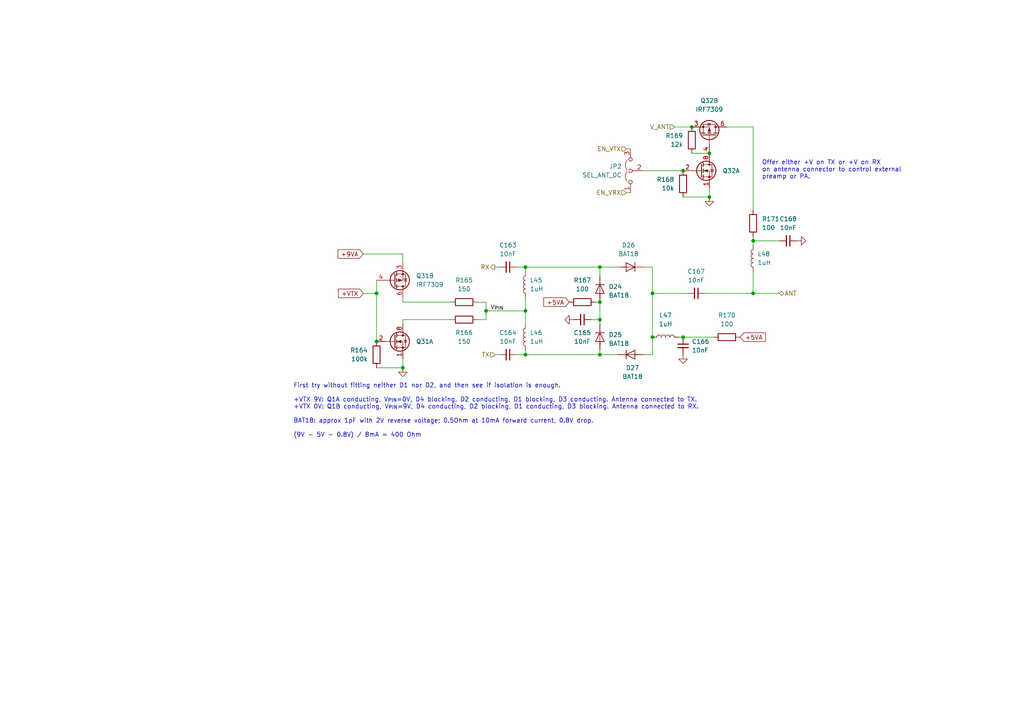
<source format=kicad_sch>
(kicad_sch (version 20230121) (generator eeschema)
  (paper "A4")
  (title_block (title "DART-70 TRX") (date "2023-04-07") (rev "1") (company "HB9EGM") (comment 1 "A 4m Band SSB/CW Transceiver"))
  (lib_symbols
    (symbol "BAT18_1" (pin_numbers hide) (pin_names (offset 0) hide)
      (property "Reference" "D" (at 0 2.54 0))
      (property "Value" "BAT18_1" (at 0 -2.54 0))
      (symbol "BAT18_1_0_1"
        (polyline (pts (xy -1.27 0) (xy 2.54 0)))
        (polyline (pts (xy -1.27 1.27) (xy -1.27 -1.27)) (stroke (width 0.2032)))
        (polyline (pts (xy 1.27 1.27) (xy 1.27 -1.27) (xy -1.27 0) (xy 1.27 1.27)) (stroke (width 0.2032)))
      )
      (symbol "BAT18_1_1_1"
        (pin passive line (at 3.81 0 180) (length 2.54) (name "A") (number "1"))
        (pin no_connect line (at -3.81 1.27 0) (length 2.54) hide (name "NC") (number "2"))
        (pin passive line (at -3.81 0 0) (length 2.54) (name "K") (number "3"))
      )
    )
    (symbol "BAT18_2" (pin_numbers hide) (pin_names (offset 0) hide)
      (property "Reference" "D" (at 0 2.54 0))
      (property "Value" "BAT18_2" (at 0 -2.54 0))
      (symbol "BAT18_2_0_1"
        (polyline (pts (xy -1.27 0) (xy 2.54 0)))
        (polyline (pts (xy -1.27 1.27) (xy -1.27 -1.27)) (stroke (width 0.2032)))
        (polyline (pts (xy 1.27 1.27) (xy 1.27 -1.27) (xy -1.27 0) (xy 1.27 1.27)) (stroke (width 0.2032)))
      )
      (symbol "BAT18_2_1_1"
        (pin passive line (at 3.81 0 180) (length 2.54) (name "A") (number "1"))
        (pin no_connect line (at -3.81 1.27 0) (length 2.54) hide (name "NC") (number "2"))
        (pin passive line (at -3.81 0 0) (length 2.54) (name "K") (number "3"))
      )
    )
    (symbol "BAT18_3" (pin_numbers hide) (pin_names (offset 0) hide)
      (property "Reference" "D" (at 0 2.54 0))
      (property "Value" "BAT18_3" (at 0 -2.54 0))
      (symbol "BAT18_3_0_1"
        (polyline (pts (xy -1.27 0) (xy 2.54 0)))
        (polyline (pts (xy -1.27 1.27) (xy -1.27 -1.27)) (stroke (width 0.2032)))
        (polyline (pts (xy 1.27 1.27) (xy 1.27 -1.27) (xy -1.27 0) (xy 1.27 1.27)) (stroke (width 0.2032)))
      )
      (symbol "BAT18_3_1_1"
        (pin passive line (at 3.81 0 180) (length 2.54) (name "A") (number "1"))
        (pin no_connect line (at -3.81 1.27 0) (length 2.54) hide (name "NC") (number "2"))
        (pin passive line (at -3.81 0 0) (length 2.54) (name "K") (number "3"))
      )
    )
    (symbol "Device:C_Small" (pin_numbers hide) (pin_names (offset 0.254) hide)
      (property "Reference" "C" (at 0.254 1.778 0))
      (property "Value" "C_Small" (at 0.254 -2.032 0))
      (symbol "C_Small_0_1"
        (polyline (pts (xy -1.524 -0.508) (xy 1.524 -0.508)) (stroke (width 0.3302)))
        (polyline (pts (xy -1.524 0.508) (xy 1.524 0.508)) (stroke (width 0.3048)))
      )
      (symbol "C_Small_1_1"
        (pin passive line (at 0 2.54 270) (length 2.032) (name "~") (number "1"))
        (pin passive line (at 0 -2.54 90) (length 2.032) (name "~") (number "2"))
      )
    )
    (symbol "Device:L" (pin_numbers hide) (pin_names (offset 1.016) hide)
      (property "Reference" "L" (at -1.27 0 90))
      (property "Value" "L" (at 1.905 0 90))
      (symbol "L_0_1"
        (arc (start 0 -2.54) (mid 0.6323 -1.905) (end 0 -1.27))
        (arc (start 0 -1.27) (mid 0.6323 -0.635) (end 0 0))
        (arc (start 0 0) (mid 0.6323 0.635) (end 0 1.27))
        (arc (start 0 1.27) (mid 0.6323 1.905) (end 0 2.54))
      )
      (symbol "L_1_1"
        (pin passive line (at 0 3.81 270) (length 1.27) (name "1") (number "1"))
        (pin passive line (at 0 -3.81 90) (length 1.27) (name "2") (number "2"))
      )
    )
    (symbol "Device:R" (pin_numbers hide) (pin_names (offset 0))
      (property "Reference" "R" (at 2.032 0 90))
      (property "Value" "R" (at 0 0 90))
      (symbol "R_0_1"
        (rectangle (start -1.016 -2.54) (end 1.016 2.54) (stroke (width 0.254)))
      )
      (symbol "R_1_1"
        (pin passive line (at 0 3.81 270) (length 1.27) (name "~") (number "1"))
        (pin passive line (at 0 -3.81 90) (length 1.27) (name "~") (number "2"))
      )
    )
    (symbol "Jumper:Jumper_3_Open" (pin_names (offset 0) hide)
      (property "Reference" "JP" (at -2.54 -2.54 0))
      (property "Value" "Jumper_3_Open" (at 0 2.794 0))
      (symbol "Jumper_3_Open_0_0"
        (circle (center -3.302 0) (radius 0.508))
        (circle (center 0 0) (radius 0.508))
        (circle (center 3.302 0) (radius 0.508))
      )
      (symbol "Jumper_3_Open_0_1"
        (arc (start -0.254 1.016) (mid -1.651 1.4992) (end -3.048 1.016))
        (polyline (pts (xy 0 -0.508) (xy 0 -1.27)))
        (arc (start 3.048 1.016) (mid 1.651 1.4992) (end 0.254 1.016))
      )
      (symbol "Jumper_3_Open_1_1"
        (pin passive line (at -6.35 0 0) (length 2.54) (name "A") (number "1"))
        (pin passive line (at 0 -3.81 90) (length 2.54) (name "C") (number "2"))
        (pin passive line (at 6.35 0 180) (length 2.54) (name "B") (number "3"))
      )
    )
    (symbol "Transistor_FET:IRF7309IPBF" (pin_names hide)
      (property "Reference" "Q" (at 5.08 1.905 0))
      (property "Value" "IRF7309IPBF" (at 5.08 0 0))
      (symbol "IRF7309IPBF_0_1"
        (polyline (pts (xy 0.254 0) (xy -2.54 0)))
        (polyline (pts (xy 0.254 1.905) (xy 0.254 -1.905)) (stroke (width 0.254)))
        (polyline (pts (xy 0.762 -1.27) (xy 0.762 -2.286)) (stroke (width 0.254)))
        (polyline (pts (xy 0.762 0.508) (xy 0.762 -0.508)) (stroke (width 0.254)))
        (polyline (pts (xy 0.762 2.286) (xy 0.762 1.27)) (stroke (width 0.254)))
        (polyline (pts (xy 2.54 2.54) (xy 2.54 1.778)))
        (polyline (pts (xy 2.54 -2.54) (xy 2.54 0) (xy 0.762 0)))
        (polyline (pts (xy 0.762 -1.778) (xy 3.302 -1.778) (xy 3.302 1.778) (xy 0.762 1.778)))
        (circle (center 1.651 0) (radius 2.794) (stroke (width 0.254)))
        (circle (center 2.54 -1.778) (radius 0.254) (fill (type outline)))
        (circle (center 2.54 1.778) (radius 0.254) (fill (type outline)))
      )
      (symbol "IRF7309IPBF_1_1"
        (polyline (pts (xy 1.016 0) (xy 2.032 0.381) (xy 2.032 -0.381) (xy 1.016 0)) (fill (type outline)))
        (polyline (pts (xy 2.794 0.508) (xy 2.921 0.381) (xy 3.683 0.381) (xy 3.81 0.254)))
        (polyline (pts (xy 3.302 0.381) (xy 2.921 -0.254) (xy 3.683 -0.254) (xy 3.302 0.381)))
        (pin passive line (at 2.54 -5.08 90) (length 2.54) (name "S") (number "1"))
        (pin input line (at -5.08 0 0) (length 2.54) (name "G") (number "2"))
        (pin passive line (at 2.54 5.08 270) (length 2.54) hide (name "D") (number "7"))
        (pin passive line (at 2.54 5.08 270) (length 2.54) (name "D") (number "8"))
      )
      (symbol "IRF7309IPBF_2_1"
        (polyline (pts (xy 2.286 0) (xy 1.27 0.381) (xy 1.27 -0.381) (xy 2.286 0)) (fill (type outline)))
        (polyline (pts (xy 2.794 -0.508) (xy 2.921 -0.381) (xy 3.683 -0.381) (xy 3.81 -0.254)))
        (polyline (pts (xy 3.302 -0.381) (xy 2.921 0.254) (xy 3.683 0.254) (xy 3.302 -0.381)))
        (pin passive line (at 2.54 -5.08 90) (length 2.54) (name "1") (number "3"))
        (pin input line (at -5.08 0 0) (length 2.54) (name "G") (number "4"))
        (pin passive line (at 2.54 5.08 270) (length 2.54) hide (name "D") (number "5"))
        (pin passive line (at 2.54 5.08 270) (length 2.54) (name "D") (number "6"))
      )
    )
    (symbol "mpb:BAT18" (pin_numbers hide) (pin_names (offset 0) hide)
      (property "Reference" "D" (at 0 2.54 0))
      (property "Value" "BAT18" (at 0 -2.54 0))
      (symbol "BAT18_0_1"
        (polyline (pts (xy -1.27 0) (xy 2.54 0)))
        (polyline (pts (xy -1.27 1.27) (xy -1.27 -1.27)) (stroke (width 0.2032)))
        (polyline (pts (xy 1.27 1.27) (xy 1.27 -1.27) (xy -1.27 0) (xy 1.27 1.27)) (stroke (width 0.2032)))
      )
      (symbol "BAT18_1_1"
        (pin passive line (at 3.81 0 180) (length 2.54) (name "A") (number "1"))
        (pin no_connect line (at -3.81 1.27 0) (length 2.54) hide (name "NC") (number "2"))
        (pin passive line (at -3.81 0 0) (length 2.54) (name "K") (number "3"))
      )
    )
    (symbol "power:GND" (power) (pin_names (offset 0))
      (property "Value" "GND" (at 0 -3.81 0))
      (symbol "GND_0_1"
        (polyline (pts (xy 0 0) (xy 0 -1.27) (xy 1.27 -1.27) (xy 0 -2.54) (xy -1.27 -1.27) (xy 0 -1.27)))
      )
      (symbol "GND_1_1"
        (pin power_in line (at 0 0 270) (length 0) hide (name "GND") (number "1"))
      )
    )
  )
  (junction (at 189.23 85.09))
  (junction (at 152.4 102.87))
  (junction (at 109.22 99.06))
  (junction (at 173.99 87.63))
  (junction (at 116.84 106.68))
  (junction (at 140.97 90.17))
  (junction (at 205.74 44.45))
  (junction (at 200.66 36.83))
  (junction (at 198.12 97.79))
  (junction (at 173.99 77.47))
  (junction (at 189.23 97.79))
  (junction (at 173.99 92.71))
  (junction (at 152.4 77.47))
  (junction (at 152.4 90.17))
  (junction (at 109.22 85.09))
  (junction (at 218.44 69.85))
  (junction (at 218.44 85.09))
  (junction (at 205.74 57.15))
  (junction (at 198.12 49.53))
  (junction (at 173.99 102.87))
  (wire (pts (xy 149.86 77.47) (xy 152.4 77.47)))
  (wire (pts (xy 189.23 97.79) (xy 189.23 102.87)))
  (wire (pts (xy 179.07 102.87) (xy 173.99 102.87)))
  (wire (pts (xy 205.74 54.61) (xy 205.74 57.15)))
  (wire (pts (xy 143.51 102.87) (xy 144.78 102.87)))
  (wire (pts (xy 149.86 102.87) (xy 152.4 102.87)))
  (wire (pts (xy 173.99 77.47) (xy 179.07 77.47)))
  (wire (pts (xy 189.23 85.09) (xy 199.39 85.09)))
  (wire (pts (xy 173.99 92.71) (xy 173.99 93.98)))
  (wire (pts (xy 181.61 43.18) (xy 182.88 43.18)))
  (wire (pts (xy 173.99 87.63) (xy 173.99 92.71)))
  (wire (pts (xy 152.4 102.87) (xy 152.4 101.6)))
  (wire (pts (xy 109.22 85.09) (xy 109.22 99.06)))
  (wire (pts (xy 109.22 81.28) (xy 109.22 85.09)))
  (wire (pts (xy 218.44 69.85) (xy 218.44 71.12)))
  (wire (pts (xy 152.4 78.74) (xy 152.4 77.47)))
  (wire (pts (xy 200.66 44.45) (xy 205.74 44.45)))
  (wire (pts (xy 109.22 106.68) (xy 116.84 106.68)))
  (wire (pts (xy 195.58 36.83) (xy 200.66 36.83)))
  (wire (pts (xy 173.99 102.87) (xy 152.4 102.87)))
  (wire (pts (xy 173.99 80.01) (xy 173.99 77.47)))
  (wire (pts (xy 218.44 60.96) (xy 218.44 36.83)))
  (wire (pts (xy 116.84 87.63) (xy 130.81 87.63)))
  (wire (pts (xy 116.84 106.68) (xy 116.84 104.14)))
  (wire (pts (xy 218.44 36.83) (xy 210.82 36.83)))
  (wire (pts (xy 116.84 86.36) (xy 116.84 87.63)))
  (wire (pts (xy 189.23 102.87) (xy 186.69 102.87)))
  (wire (pts (xy 189.23 85.09) (xy 189.23 97.79)))
  (wire (pts (xy 198.12 97.79) (xy 207.01 97.79)))
  (wire (pts (xy 204.47 85.09) (xy 218.44 85.09)))
  (wire (pts (xy 116.84 73.66) (xy 116.84 76.2)))
  (wire (pts (xy 218.44 85.09) (xy 226.06 85.09)))
  (wire (pts (xy 105.41 73.66) (xy 116.84 73.66)))
  (wire (pts (xy 218.44 68.58) (xy 218.44 69.85)))
  (wire (pts (xy 181.61 55.88) (xy 182.88 55.88)))
  (wire (pts (xy 140.97 92.71) (xy 138.43 92.71)))
  (wire (pts (xy 152.4 90.17) (xy 152.4 93.98)))
  (wire (pts (xy 140.97 87.63) (xy 138.43 87.63)))
  (wire (pts (xy 105.41 85.09) (xy 109.22 85.09)))
  (wire (pts (xy 196.85 97.79) (xy 198.12 97.79)))
  (wire (pts (xy 218.44 78.74) (xy 218.44 85.09)))
  (wire (pts (xy 152.4 86.36) (xy 152.4 90.17)))
  (wire (pts (xy 189.23 77.47) (xy 186.69 77.47)))
  (wire (pts (xy 218.44 69.85) (xy 226.06 69.85)))
  (wire (pts (xy 173.99 102.87) (xy 173.99 101.6)))
  (wire (pts (xy 152.4 77.47) (xy 173.99 77.47)))
  (wire (pts (xy 173.99 92.71) (xy 171.45 92.71)))
  (wire (pts (xy 172.72 87.63) (xy 173.99 87.63)))
  (wire (pts (xy 116.84 92.71) (xy 116.84 93.98)))
  (wire (pts (xy 205.74 57.15) (xy 198.12 57.15)))
  (wire (pts (xy 143.51 77.47) (xy 144.78 77.47)))
  (wire (pts (xy 186.69 49.53) (xy 198.12 49.53)))
  (wire (pts (xy 140.97 90.17) (xy 152.4 90.17)))
  (wire (pts (xy 189.23 77.47) (xy 189.23 85.09)))
  (wire (pts (xy 140.97 87.63) (xy 140.97 90.17)))
  (wire (pts (xy 130.81 92.71) (xy 116.84 92.71)))
  (wire (pts (xy 140.97 90.17) (xy 140.97 92.71)))
  (text "Offer either +V on TX or +V on RX\non antenna connector to control external\npreamp or PA." (at 220.98 52.07 0) (effects (font (size 1.27 1.27)) (justify left bottom)))
  (text "First try without fitting neither D1 nor D2, and then see if isolation is enough.\n\n+VTX 9V: Q1A conducting, V_{PIN}=0V, D4 blocking, D2 conducting, D1 blocking, D3 conducting. Antenna connected to TX.\n+VTX 0V: Q1B conducting, V_{PIN}=9V, D4 conducting, D2 blocking, D1 conducting, D3 blocking. Antenna connected to RX.\n\nBAT18: approx 1pF with 2V reverse voltage; 0.5Ohm at 10mA forward current, 0.8V drop.\n\n(9V - 5V - 0.8V) / 8mA = 400 Ohm" (at 85.09 127 0) (effects (font (size 1.27 1.27)) (justify left bottom)))
  (label "V_{PIN}" (at 142.24 90.17 0))
  (global_label "+5VA" (shape input) (at 214.63 97.79 0) (property "Intersheetrefs" "${INTERSHEET_REFS}" (effects hide)))
  (global_label "+5VA" (shape input) (at 165.1 87.63 180) (property "Intersheetrefs" "${INTERSHEET_REFS}" (effects hide)))
  (global_label "+VTX" (shape input) (at 105.41 85.09 180) (property "Intersheetrefs" "${INTERSHEET_REFS}" (effects hide)))
  (global_label "+9VA" (shape input) (at 105.41 73.66 180) (property "Intersheetrefs" "${INTERSHEET_REFS}" (effects hide)))
  (hierarchical_label "TX" (shape input) (at 143.51 102.87 180))
  (hierarchical_label "ANT" (shape bidirectional) (at 226.06 85.09 0))
  (hierarchical_label "EN_VRX" (shape input) (at 181.61 55.88 180))
  (hierarchical_label "V_ANT" (shape input) (at 195.58 36.83 180))
  (hierarchical_label "EN_VTX" (shape input) (at 181.61 43.18 180))
  (hierarchical_label "RX" (shape output) (at 143.51 77.47 180))
  (symbol (lib_name "BAT18_3") (lib_id "mpb:BAT18") (at 182.88 77.47 180) (unit 1)
    (property "Reference" "D26" (at 182.2958 71.12 0))
    (property "Value" "BAT18" (at 182.2958 73.66 0))
    (property "Footprint" "Package_TO_SOT_SMD:SOT-23_Handsoldering" (effects hide))
    (property "Datasheet" "/home/bram/Sync/Doc/Datasheet/BAT18-1125947.pdf" (effects hide))
    (property "Need_order" "0" (effects hide))
    (property "MPN" "BAT18" (effects hide))
  )
  (symbol (lib_id "Device:L") (at 218.44 74.93 180) (unit 1)
    (property "Reference" "L48" (at 219.71 73.6599 0) (effects (justify right)))
    (property "Value" "1uH" (at 219.71 76.1999 0) (effects (justify right)))
    (property "Footprint" "Inductor_SMD:L_1008_2520Metric_Pad1.43x2.20mm_HandSolder" (effects hide))
    (property "MPN" "LQW2UAS1R0x0CL" (effects hide))
    (property "Need_order" "0" (effects hide))
  )
  (symbol (lib_id "Transistor_FET:IRF7309IPBF") (at 203.2 49.53 0) (unit 1)
    (property "Reference" "Q32" (at 209.55 49.5299 0) (effects (justify left)))
    (property "Value" "IRF7309" (effects hide))
    (property "Footprint" "Package_SO:SOIC-8_3.9x4.9mm_P1.27mm" (effects hide))
    (property "Datasheet" "/home/bram/Sync/Doc/Datasheet/IRF7309.pdf" (effects hide))
    (property "MPN" "IRF7309TRPBF" (effects hide))
    (property "Need_order" "0" (effects hide))
  )
  (symbol (lib_id "Device:C_Small") (at 198.12 100.33 0) (mirror y) (unit 1)
    (property "Reference" "C166" (at 200.66 99.0662 0) (effects (justify right)))
    (property "Value" "10nF" (at 200.66 101.6062 0) (effects (justify right)))
    (property "Footprint" "Capacitor_SMD:C_0805_2012Metric_Pad1.18x1.45mm_HandSolder" (effects hide))
    (property "MPN" "VJ0805A103KXJTBC" (effects hide))
    (property "Need_order" "0" (effects hide))
  )
  (symbol (lib_id "power:GND") (at 116.84 106.68 0) (unit 1)
    (property "Reference" "#PWR0204" (effects hide))
    (property "Value" "GND" (effects hide))
  )
  (symbol (lib_id "Device:R") (at 198.12 53.34 180) (unit 1)
    (property "Reference" "R168" (at 195.58 52.0699 0) (effects (justify left)))
    (property "Value" "10k" (at 195.58 54.6099 0) (effects (justify left)))
    (property "Footprint" "Resistor_SMD:R_0603_1608Metric_Pad0.98x0.95mm_HandSolder" (effects hide))
    (property "Need_order" "0" (effects hide))
  )
  (symbol (lib_id "Device:R") (at 218.44 64.77 180) (unit 1)
    (property "Reference" "R171" (at 220.98 63.4999 0) (effects (justify right)))
    (property "Value" "100" (at 220.98 66.0399 0) (effects (justify right)))
    (property "Footprint" "Resistor_SMD:R_0603_1608Metric_Pad0.98x0.95mm_HandSolder" (effects hide))
    (property "Need_order" "0" (effects hide))
  )
  (symbol (lib_name "BAT18_2") (lib_id "mpb:BAT18") (at 173.99 83.82 270) (unit 1)
    (property "Reference" "D24" (at 176.53 83.1341 90) (effects (justify left)))
    (property "Value" "BAT18" (at 176.53 85.6741 90) (effects (justify left)))
    (property "Footprint" "Package_TO_SOT_SMD:SOT-23_Handsoldering" (effects hide))
    (property "Datasheet" "/home/bram/Sync/Doc/Datasheet/BAT18-1125947.pdf" (effects hide))
    (property "Need_order" "0" (effects hide))
    (property "MPN" "BAT18" (effects hide))
  )
  (symbol (lib_id "Device:C_Small") (at 147.32 77.47 270) (mirror x) (unit 1)
    (property "Reference" "C163" (at 147.3136 71.12 90))
    (property "Value" "10nF" (at 147.3136 73.66 90))
    (property "Footprint" "Capacitor_SMD:C_0805_2012Metric_Pad1.18x1.45mm_HandSolder" (effects hide))
    (property "MPN" "VJ0805A103KXJTBC" (effects hide))
    (property "Need_order" "0" (effects hide))
  )
  (symbol (lib_id "Jumper:Jumper_3_Open") (at 182.88 49.53 90) (unit 1)
    (property "Reference" "JP2" (at 180.34 48.2599 90) (effects (justify left)))
    (property "Value" "SEL_ANT_DC" (at 180.34 50.7999 90) (effects (justify left)))
    (property "Footprint" "Connector_PinHeader_2.54mm:PinHeader_1x03_P2.54mm_Vertical" (effects hide))
  )
  (symbol (lib_id "Device:R") (at 134.62 92.71 270) (unit 1)
    (property "Reference" "R166" (at 134.62 96.52 90))
    (property "Value" "150" (at 134.62 99.06 90))
    (property "Footprint" "Resistor_SMD:R_0603_1608Metric_Pad0.98x0.95mm_HandSolder" (effects hide))
    (property "Need_order" "0" (effects hide))
  )
  (symbol (lib_id "Device:L") (at 152.4 97.79 180) (unit 1)
    (property "Reference" "L46" (at 153.67 96.5199 0) (effects (justify right)))
    (property "Value" "1uH" (at 153.67 99.0599 0) (effects (justify right)))
    (property "Footprint" "Inductor_SMD:L_1008_2520Metric_Pad1.43x2.20mm_HandSolder" (effects hide))
    (property "MPN" "LQW2UAS1R0x0CL" (effects hide))
    (property "Need_order" "0" (effects hide))
  )
  (symbol (lib_id "Device:C_Small") (at 201.93 85.09 270) (mirror x) (unit 1)
    (property "Reference" "C167" (at 201.9236 78.74 90))
    (property "Value" "10nF" (at 201.9236 81.28 90))
    (property "Footprint" "Capacitor_SMD:C_0805_2012Metric_Pad1.18x1.45mm_HandSolder" (effects hide))
    (property "MPN" "VJ0805A103KXJTBC" (effects hide))
    (property "Need_order" "0" (effects hide))
  )
  (symbol (lib_id "Device:R") (at 210.82 97.79 90) (unit 1)
    (property "Reference" "R170" (at 210.82 91.44 90))
    (property "Value" "100" (at 210.82 93.98 90))
    (property "Footprint" "Resistor_SMD:R_0603_1608Metric_Pad0.98x0.95mm_HandSolder" (effects hide))
    (property "Need_order" "0" (effects hide))
  )
  (symbol (lib_id "power:GND") (at 205.74 57.15 0) (unit 1)
    (property "Reference" "#PWR0208" (effects hide))
    (property "Value" "GND" (effects hide))
  )
  (symbol (lib_id "Transistor_FET:IRF7309IPBF") (at 114.3 99.06 0) (unit 1)
    (property "Reference" "Q31" (at 120.65 99.0599 0) (effects (justify left)))
    (property "Value" "IRF7309" (effects hide))
    (property "Footprint" "Package_SO:SOIC-8_3.9x4.9mm_P1.27mm" (effects hide))
    (property "Datasheet" "/home/bram/Sync/Doc/Datasheet/IRF7309.pdf" (effects hide))
    (property "MPN" "IRF7309TRPBF" (effects hide))
    (property "Need_order" "0" (effects hide))
  )
  (symbol (lib_id "Transistor_FET:IRF7309IPBF") (at 114.3 81.28 0) (mirror x) (unit 2)
    (property "Reference" "Q31" (at 120.65 80.0099 0) (effects (justify left)))
    (property "Value" "IRF7309" (at 120.65 82.5499 0) (effects (justify left)))
    (property "Footprint" "Package_SO:SOIC-8_3.9x4.9mm_P1.27mm" (effects hide))
    (property "Datasheet" "/home/bram/Sync/Doc/Datasheet/IRF7309.pdf" (effects hide))
    (property "MPN" "IRF7309TRPBF" (effects hide))
    (property "Need_order" "0" (effects hide))
  )
  (symbol (lib_id "Transistor_FET:IRF7309IPBF") (at 205.74 39.37 270) (mirror x) (unit 2)
    (property "Reference" "Q32" (at 205.74 29.21 90))
    (property "Value" "IRF7309" (at 205.74 31.75 90))
    (property "Footprint" "Package_SO:SOIC-8_3.9x4.9mm_P1.27mm" (effects hide))
    (property "Datasheet" "/home/bram/Sync/Doc/Datasheet/IRF7309.pdf" (effects hide))
    (property "MPN" "IRF7309TRPBF" (effects hide))
    (property "Need_order" "0" (effects hide))
  )
  (symbol (lib_id "mpb:BAT18") (at 182.88 102.87 0) (unit 1)
    (property "Reference" "D27" (at 183.4642 106.68 0))
    (property "Value" "BAT18" (at 183.4642 109.22 0))
    (property "Footprint" "Package_TO_SOT_SMD:SOT-23_Handsoldering" (effects hide))
    (property "Datasheet" "/home/bram/Sync/Doc/Datasheet/BAT18-1125947.pdf" (effects hide))
    (property "Need_order" "0" (effects hide))
    (property "MPN" "BAT18" (effects hide))
  )
  (symbol (lib_id "Device:R") (at 200.66 40.64 0) (unit 1)
    (property "Reference" "R169" (at 198.12 39.3699 0) (effects (justify right)))
    (property "Value" "12k" (at 198.12 41.9099 0) (effects (justify right)))
    (property "Footprint" "Resistor_SMD:R_0603_1608Metric_Pad0.98x0.95mm_HandSolder" (effects hide))
    (property "Need_order" "0" (effects hide))
  )
  (symbol (lib_id "Device:L") (at 193.04 97.79 90) (unit 1)
    (property "Reference" "L47" (at 193.04 91.44 90))
    (property "Value" "1uH" (at 193.04 93.98 90))
    (property "Footprint" "Inductor_SMD:L_1008_2520Metric_Pad1.43x2.20mm_HandSolder" (effects hide))
    (property "MPN" "LQW2UAS1R0x0CL" (effects hide))
    (property "Need_order" "0" (effects hide))
  )
  (symbol (lib_id "Device:R") (at 109.22 102.87 0) (unit 1)
    (property "Reference" "R164" (at 106.68 101.5999 0) (effects (justify right)))
    (property "Value" "100k" (at 106.68 104.1399 0) (effects (justify right)))
    (property "Footprint" "Resistor_SMD:R_0603_1608Metric_Pad0.98x0.95mm_HandSolder" (effects hide))
    (property "Need_order" "0" (effects hide))
  )
  (symbol (lib_id "Device:C_Small") (at 228.6 69.85 270) (mirror x) (unit 1)
    (property "Reference" "C168" (at 228.5936 63.5 90))
    (property "Value" "10nF" (at 228.5936 66.04 90))
    (property "Footprint" "Capacitor_SMD:C_0805_2012Metric_Pad1.18x1.45mm_HandSolder" (effects hide))
    (property "MPN" "VJ0805A103KXJTBC" (effects hide))
    (property "Need_order" "0" (effects hide))
  )
  (symbol (lib_name "BAT18_1") (lib_id "mpb:BAT18") (at 173.99 97.79 270) (unit 1)
    (property "Reference" "D25" (at 176.53 97.1041 90) (effects (justify left)))
    (property "Value" "BAT18" (at 176.53 99.6441 90) (effects (justify left)))
    (property "Footprint" "Package_TO_SOT_SMD:SOT-23_Handsoldering" (effects hide))
    (property "Datasheet" "/home/bram/Sync/Doc/Datasheet/BAT18-1125947.pdf" (effects hide))
    (property "Need_order" "0" (effects hide))
    (property "MPN" "BAT18" (effects hide))
  )
  (symbol (lib_id "Device:C_Small") (at 147.32 102.87 270) (mirror x) (unit 1)
    (property "Reference" "C164" (at 147.3136 96.52 90))
    (property "Value" "10nF" (at 147.3136 99.06 90))
    (property "Footprint" "Capacitor_SMD:C_0805_2012Metric_Pad1.18x1.45mm_HandSolder" (effects hide))
    (property "MPN" "VJ0805A103KXJTBC" (effects hide))
    (property "Need_order" "0" (effects hide))
  )
  (symbol (lib_id "power:GND") (at 166.37 92.71 270) (unit 1)
    (property "Reference" "#PWR0205" (effects hide))
    (property "Value" "GND" (effects hide))
  )
  (symbol (lib_id "Device:R") (at 168.91 87.63 270) (unit 1)
    (property "Reference" "R167" (at 168.91 81.28 90))
    (property "Value" "100" (at 168.91 83.82 90))
    (property "Footprint" "Resistor_SMD:R_0603_1608Metric_Pad0.98x0.95mm_HandSolder" (effects hide))
    (property "Need_order" "0" (effects hide))
  )
  (symbol (lib_id "Device:C_Small") (at 168.91 92.71 270) (mirror x) (unit 1)
    (property "Reference" "C165" (at 168.9036 96.52 90))
    (property "Value" "10nF" (at 168.9036 99.06 90))
    (property "Footprint" "Capacitor_SMD:C_0805_2012Metric_Pad1.18x1.45mm_HandSolder" (effects hide))
    (property "MPN" "VJ0805A103KXJTBC" (effects hide))
    (property "Need_order" "0" (effects hide))
  )
  (symbol (lib_id "power:GND") (at 231.14 69.85 90) (unit 1)
    (property "Reference" "#PWR0209" (effects hide))
    (property "Value" "GND" (effects hide))
  )
  (symbol (lib_id "power:GND") (at 198.12 102.87 0) (unit 1)
    (property "Reference" "#PWR0207" (effects hide))
    (property "Value" "GND" (effects hide))
  )
  (symbol (lib_id "Device:L") (at 152.4 82.55 180) (unit 1)
    (property "Reference" "L45" (at 153.67 81.2799 0) (effects (justify right)))
    (property "Value" "1uH" (at 153.67 83.8199 0) (effects (justify right)))
    (property "Footprint" "Inductor_SMD:L_1008_2520Metric_Pad1.43x2.20mm_HandSolder" (effects hide))
    (property "MPN" "LQW2UAS1R0x0CL" (effects hide))
    (property "Need_order" "0" (effects hide))
  )
  (symbol (lib_id "Device:R") (at 134.62 87.63 270) (unit 1)
    (property "Reference" "R165" (at 134.62 81.28 90))
    (property "Value" "150" (at 134.62 83.82 90))
    (property "Footprint" "Resistor_SMD:R_0603_1608Metric_Pad0.98x0.95mm_HandSolder" (effects hide))
    (property "Need_order" "0" (effects hide))
  )
)
</source>
